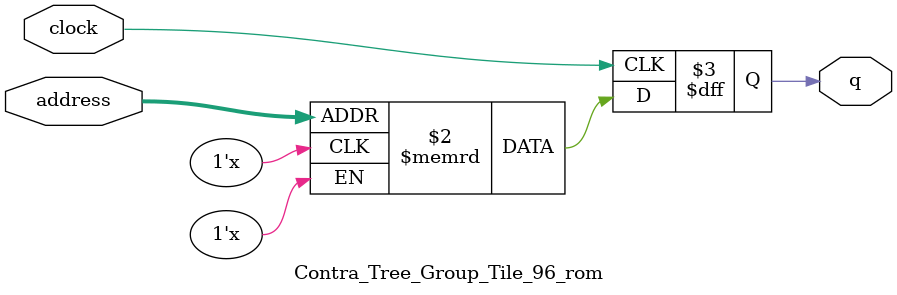
<source format=sv>
module Contra_Tree_Group_Tile_96_rom (
	input logic clock,
	input logic [13:0] address,
	output logic [0:0] q
);

logic [0:0] memory [0:9215] /* synthesis ram_init_file = "./Contra_Tree_Group_Tile_96/Contra_Tree_Group_Tile_96.mif" */;

always_ff @ (posedge clock) begin
	q <= memory[address];
end

endmodule

</source>
